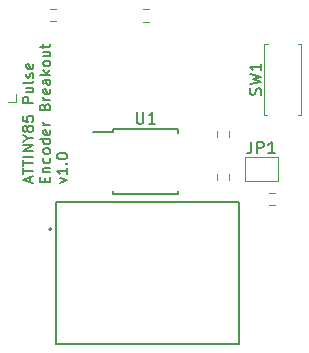
<source format=gbr>
%TF.GenerationSoftware,KiCad,Pcbnew,7.0.6*%
%TF.CreationDate,2023-10-04T19:29:37-04:00*%
%TF.ProjectId,Encoder_Pulse_Generic_ATTINY85,456e636f-6465-4725-9f50-756c73655f47,rev?*%
%TF.SameCoordinates,Original*%
%TF.FileFunction,Legend,Top*%
%TF.FilePolarity,Positive*%
%FSLAX46Y46*%
G04 Gerber Fmt 4.6, Leading zero omitted, Abs format (unit mm)*
G04 Created by KiCad (PCBNEW 7.0.6) date 2023-10-04 19:29:37*
%MOMM*%
%LPD*%
G01*
G04 APERTURE LIST*
%ADD10C,0.200000*%
%ADD11C,0.150000*%
%ADD12C,0.120000*%
%ADD13C,0.127000*%
G04 APERTURE END LIST*
D10*
X128493828Y-95086270D02*
X128493828Y-94657699D01*
X128750971Y-95171984D02*
X127850971Y-94871984D01*
X127850971Y-94871984D02*
X128750971Y-94571984D01*
X127850971Y-94400555D02*
X127850971Y-93886270D01*
X128750971Y-94143412D02*
X127850971Y-94143412D01*
X127850971Y-93714841D02*
X127850971Y-93200556D01*
X128750971Y-93457698D02*
X127850971Y-93457698D01*
X128750971Y-92900556D02*
X127850971Y-92900556D01*
X128750971Y-92471985D02*
X127850971Y-92471985D01*
X127850971Y-92471985D02*
X128750971Y-91957699D01*
X128750971Y-91957699D02*
X127850971Y-91957699D01*
X128322399Y-91357699D02*
X128750971Y-91357699D01*
X127850971Y-91657699D02*
X128322399Y-91357699D01*
X128322399Y-91357699D02*
X127850971Y-91057699D01*
X128236685Y-90629127D02*
X128193828Y-90714842D01*
X128193828Y-90714842D02*
X128150971Y-90757699D01*
X128150971Y-90757699D02*
X128065256Y-90800556D01*
X128065256Y-90800556D02*
X128022399Y-90800556D01*
X128022399Y-90800556D02*
X127936685Y-90757699D01*
X127936685Y-90757699D02*
X127893828Y-90714842D01*
X127893828Y-90714842D02*
X127850971Y-90629127D01*
X127850971Y-90629127D02*
X127850971Y-90457699D01*
X127850971Y-90457699D02*
X127893828Y-90371985D01*
X127893828Y-90371985D02*
X127936685Y-90329127D01*
X127936685Y-90329127D02*
X128022399Y-90286270D01*
X128022399Y-90286270D02*
X128065256Y-90286270D01*
X128065256Y-90286270D02*
X128150971Y-90329127D01*
X128150971Y-90329127D02*
X128193828Y-90371985D01*
X128193828Y-90371985D02*
X128236685Y-90457699D01*
X128236685Y-90457699D02*
X128236685Y-90629127D01*
X128236685Y-90629127D02*
X128279542Y-90714842D01*
X128279542Y-90714842D02*
X128322399Y-90757699D01*
X128322399Y-90757699D02*
X128408114Y-90800556D01*
X128408114Y-90800556D02*
X128579542Y-90800556D01*
X128579542Y-90800556D02*
X128665256Y-90757699D01*
X128665256Y-90757699D02*
X128708114Y-90714842D01*
X128708114Y-90714842D02*
X128750971Y-90629127D01*
X128750971Y-90629127D02*
X128750971Y-90457699D01*
X128750971Y-90457699D02*
X128708114Y-90371985D01*
X128708114Y-90371985D02*
X128665256Y-90329127D01*
X128665256Y-90329127D02*
X128579542Y-90286270D01*
X128579542Y-90286270D02*
X128408114Y-90286270D01*
X128408114Y-90286270D02*
X128322399Y-90329127D01*
X128322399Y-90329127D02*
X128279542Y-90371985D01*
X128279542Y-90371985D02*
X128236685Y-90457699D01*
X127850971Y-89471984D02*
X127850971Y-89900556D01*
X127850971Y-89900556D02*
X128279542Y-89943413D01*
X128279542Y-89943413D02*
X128236685Y-89900556D01*
X128236685Y-89900556D02*
X128193828Y-89814842D01*
X128193828Y-89814842D02*
X128193828Y-89600556D01*
X128193828Y-89600556D02*
X128236685Y-89514842D01*
X128236685Y-89514842D02*
X128279542Y-89471984D01*
X128279542Y-89471984D02*
X128365256Y-89429127D01*
X128365256Y-89429127D02*
X128579542Y-89429127D01*
X128579542Y-89429127D02*
X128665256Y-89471984D01*
X128665256Y-89471984D02*
X128708114Y-89514842D01*
X128708114Y-89514842D02*
X128750971Y-89600556D01*
X128750971Y-89600556D02*
X128750971Y-89814842D01*
X128750971Y-89814842D02*
X128708114Y-89900556D01*
X128708114Y-89900556D02*
X128665256Y-89943413D01*
X128750971Y-88357699D02*
X127850971Y-88357699D01*
X127850971Y-88357699D02*
X127850971Y-88014842D01*
X127850971Y-88014842D02*
X127893828Y-87929127D01*
X127893828Y-87929127D02*
X127936685Y-87886270D01*
X127936685Y-87886270D02*
X128022399Y-87843413D01*
X128022399Y-87843413D02*
X128150971Y-87843413D01*
X128150971Y-87843413D02*
X128236685Y-87886270D01*
X128236685Y-87886270D02*
X128279542Y-87929127D01*
X128279542Y-87929127D02*
X128322399Y-88014842D01*
X128322399Y-88014842D02*
X128322399Y-88357699D01*
X128150971Y-87071985D02*
X128750971Y-87071985D01*
X128150971Y-87457699D02*
X128622399Y-87457699D01*
X128622399Y-87457699D02*
X128708114Y-87414842D01*
X128708114Y-87414842D02*
X128750971Y-87329127D01*
X128750971Y-87329127D02*
X128750971Y-87200556D01*
X128750971Y-87200556D02*
X128708114Y-87114842D01*
X128708114Y-87114842D02*
X128665256Y-87071985D01*
X128750971Y-86514841D02*
X128708114Y-86600556D01*
X128708114Y-86600556D02*
X128622399Y-86643413D01*
X128622399Y-86643413D02*
X127850971Y-86643413D01*
X128708114Y-86214841D02*
X128750971Y-86129127D01*
X128750971Y-86129127D02*
X128750971Y-85957698D01*
X128750971Y-85957698D02*
X128708114Y-85871984D01*
X128708114Y-85871984D02*
X128622399Y-85829127D01*
X128622399Y-85829127D02*
X128579542Y-85829127D01*
X128579542Y-85829127D02*
X128493828Y-85871984D01*
X128493828Y-85871984D02*
X128450971Y-85957698D01*
X128450971Y-85957698D02*
X128450971Y-86086270D01*
X128450971Y-86086270D02*
X128408114Y-86171984D01*
X128408114Y-86171984D02*
X128322399Y-86214841D01*
X128322399Y-86214841D02*
X128279542Y-86214841D01*
X128279542Y-86214841D02*
X128193828Y-86171984D01*
X128193828Y-86171984D02*
X128150971Y-86086270D01*
X128150971Y-86086270D02*
X128150971Y-85957698D01*
X128150971Y-85957698D02*
X128193828Y-85871984D01*
X128708114Y-85100556D02*
X128750971Y-85186270D01*
X128750971Y-85186270D02*
X128750971Y-85357699D01*
X128750971Y-85357699D02*
X128708114Y-85443413D01*
X128708114Y-85443413D02*
X128622399Y-85486270D01*
X128622399Y-85486270D02*
X128279542Y-85486270D01*
X128279542Y-85486270D02*
X128193828Y-85443413D01*
X128193828Y-85443413D02*
X128150971Y-85357699D01*
X128150971Y-85357699D02*
X128150971Y-85186270D01*
X128150971Y-85186270D02*
X128193828Y-85100556D01*
X128193828Y-85100556D02*
X128279542Y-85057699D01*
X128279542Y-85057699D02*
X128365256Y-85057699D01*
X128365256Y-85057699D02*
X128450971Y-85486270D01*
X129728542Y-95043413D02*
X129728542Y-94743413D01*
X130199971Y-94614841D02*
X130199971Y-95043413D01*
X130199971Y-95043413D02*
X129299971Y-95043413D01*
X129299971Y-95043413D02*
X129299971Y-94614841D01*
X129599971Y-94229127D02*
X130199971Y-94229127D01*
X129685685Y-94229127D02*
X129642828Y-94186270D01*
X129642828Y-94186270D02*
X129599971Y-94100555D01*
X129599971Y-94100555D02*
X129599971Y-93971984D01*
X129599971Y-93971984D02*
X129642828Y-93886270D01*
X129642828Y-93886270D02*
X129728542Y-93843413D01*
X129728542Y-93843413D02*
X130199971Y-93843413D01*
X130157114Y-93029127D02*
X130199971Y-93114841D01*
X130199971Y-93114841D02*
X130199971Y-93286269D01*
X130199971Y-93286269D02*
X130157114Y-93371984D01*
X130157114Y-93371984D02*
X130114256Y-93414841D01*
X130114256Y-93414841D02*
X130028542Y-93457698D01*
X130028542Y-93457698D02*
X129771399Y-93457698D01*
X129771399Y-93457698D02*
X129685685Y-93414841D01*
X129685685Y-93414841D02*
X129642828Y-93371984D01*
X129642828Y-93371984D02*
X129599971Y-93286269D01*
X129599971Y-93286269D02*
X129599971Y-93114841D01*
X129599971Y-93114841D02*
X129642828Y-93029127D01*
X130199971Y-92514840D02*
X130157114Y-92600555D01*
X130157114Y-92600555D02*
X130114256Y-92643412D01*
X130114256Y-92643412D02*
X130028542Y-92686269D01*
X130028542Y-92686269D02*
X129771399Y-92686269D01*
X129771399Y-92686269D02*
X129685685Y-92643412D01*
X129685685Y-92643412D02*
X129642828Y-92600555D01*
X129642828Y-92600555D02*
X129599971Y-92514840D01*
X129599971Y-92514840D02*
X129599971Y-92386269D01*
X129599971Y-92386269D02*
X129642828Y-92300555D01*
X129642828Y-92300555D02*
X129685685Y-92257698D01*
X129685685Y-92257698D02*
X129771399Y-92214840D01*
X129771399Y-92214840D02*
X130028542Y-92214840D01*
X130028542Y-92214840D02*
X130114256Y-92257698D01*
X130114256Y-92257698D02*
X130157114Y-92300555D01*
X130157114Y-92300555D02*
X130199971Y-92386269D01*
X130199971Y-92386269D02*
X130199971Y-92514840D01*
X130199971Y-91443412D02*
X129299971Y-91443412D01*
X130157114Y-91443412D02*
X130199971Y-91529126D01*
X130199971Y-91529126D02*
X130199971Y-91700554D01*
X130199971Y-91700554D02*
X130157114Y-91786269D01*
X130157114Y-91786269D02*
X130114256Y-91829126D01*
X130114256Y-91829126D02*
X130028542Y-91871983D01*
X130028542Y-91871983D02*
X129771399Y-91871983D01*
X129771399Y-91871983D02*
X129685685Y-91829126D01*
X129685685Y-91829126D02*
X129642828Y-91786269D01*
X129642828Y-91786269D02*
X129599971Y-91700554D01*
X129599971Y-91700554D02*
X129599971Y-91529126D01*
X129599971Y-91529126D02*
X129642828Y-91443412D01*
X130157114Y-90671983D02*
X130199971Y-90757697D01*
X130199971Y-90757697D02*
X130199971Y-90929126D01*
X130199971Y-90929126D02*
X130157114Y-91014840D01*
X130157114Y-91014840D02*
X130071399Y-91057697D01*
X130071399Y-91057697D02*
X129728542Y-91057697D01*
X129728542Y-91057697D02*
X129642828Y-91014840D01*
X129642828Y-91014840D02*
X129599971Y-90929126D01*
X129599971Y-90929126D02*
X129599971Y-90757697D01*
X129599971Y-90757697D02*
X129642828Y-90671983D01*
X129642828Y-90671983D02*
X129728542Y-90629126D01*
X129728542Y-90629126D02*
X129814256Y-90629126D01*
X129814256Y-90629126D02*
X129899971Y-91057697D01*
X130199971Y-90243411D02*
X129599971Y-90243411D01*
X129771399Y-90243411D02*
X129685685Y-90200554D01*
X129685685Y-90200554D02*
X129642828Y-90157697D01*
X129642828Y-90157697D02*
X129599971Y-90071982D01*
X129599971Y-90071982D02*
X129599971Y-89986268D01*
X129728542Y-88700554D02*
X129771399Y-88571982D01*
X129771399Y-88571982D02*
X129814256Y-88529125D01*
X129814256Y-88529125D02*
X129899971Y-88486268D01*
X129899971Y-88486268D02*
X130028542Y-88486268D01*
X130028542Y-88486268D02*
X130114256Y-88529125D01*
X130114256Y-88529125D02*
X130157114Y-88571982D01*
X130157114Y-88571982D02*
X130199971Y-88657697D01*
X130199971Y-88657697D02*
X130199971Y-89000554D01*
X130199971Y-89000554D02*
X129299971Y-89000554D01*
X129299971Y-89000554D02*
X129299971Y-88700554D01*
X129299971Y-88700554D02*
X129342828Y-88614840D01*
X129342828Y-88614840D02*
X129385685Y-88571982D01*
X129385685Y-88571982D02*
X129471399Y-88529125D01*
X129471399Y-88529125D02*
X129557114Y-88529125D01*
X129557114Y-88529125D02*
X129642828Y-88571982D01*
X129642828Y-88571982D02*
X129685685Y-88614840D01*
X129685685Y-88614840D02*
X129728542Y-88700554D01*
X129728542Y-88700554D02*
X129728542Y-89000554D01*
X130199971Y-88100554D02*
X129599971Y-88100554D01*
X129771399Y-88100554D02*
X129685685Y-88057697D01*
X129685685Y-88057697D02*
X129642828Y-88014840D01*
X129642828Y-88014840D02*
X129599971Y-87929125D01*
X129599971Y-87929125D02*
X129599971Y-87843411D01*
X130157114Y-87200554D02*
X130199971Y-87286268D01*
X130199971Y-87286268D02*
X130199971Y-87457697D01*
X130199971Y-87457697D02*
X130157114Y-87543411D01*
X130157114Y-87543411D02*
X130071399Y-87586268D01*
X130071399Y-87586268D02*
X129728542Y-87586268D01*
X129728542Y-87586268D02*
X129642828Y-87543411D01*
X129642828Y-87543411D02*
X129599971Y-87457697D01*
X129599971Y-87457697D02*
X129599971Y-87286268D01*
X129599971Y-87286268D02*
X129642828Y-87200554D01*
X129642828Y-87200554D02*
X129728542Y-87157697D01*
X129728542Y-87157697D02*
X129814256Y-87157697D01*
X129814256Y-87157697D02*
X129899971Y-87586268D01*
X130199971Y-86386268D02*
X129728542Y-86386268D01*
X129728542Y-86386268D02*
X129642828Y-86429125D01*
X129642828Y-86429125D02*
X129599971Y-86514839D01*
X129599971Y-86514839D02*
X129599971Y-86686268D01*
X129599971Y-86686268D02*
X129642828Y-86771982D01*
X130157114Y-86386268D02*
X130199971Y-86471982D01*
X130199971Y-86471982D02*
X130199971Y-86686268D01*
X130199971Y-86686268D02*
X130157114Y-86771982D01*
X130157114Y-86771982D02*
X130071399Y-86814839D01*
X130071399Y-86814839D02*
X129985685Y-86814839D01*
X129985685Y-86814839D02*
X129899971Y-86771982D01*
X129899971Y-86771982D02*
X129857114Y-86686268D01*
X129857114Y-86686268D02*
X129857114Y-86471982D01*
X129857114Y-86471982D02*
X129814256Y-86386268D01*
X130199971Y-85957696D02*
X129299971Y-85957696D01*
X129857114Y-85871982D02*
X130199971Y-85614839D01*
X129599971Y-85614839D02*
X129942828Y-85957696D01*
X130199971Y-85100553D02*
X130157114Y-85186268D01*
X130157114Y-85186268D02*
X130114256Y-85229125D01*
X130114256Y-85229125D02*
X130028542Y-85271982D01*
X130028542Y-85271982D02*
X129771399Y-85271982D01*
X129771399Y-85271982D02*
X129685685Y-85229125D01*
X129685685Y-85229125D02*
X129642828Y-85186268D01*
X129642828Y-85186268D02*
X129599971Y-85100553D01*
X129599971Y-85100553D02*
X129599971Y-84971982D01*
X129599971Y-84971982D02*
X129642828Y-84886268D01*
X129642828Y-84886268D02*
X129685685Y-84843411D01*
X129685685Y-84843411D02*
X129771399Y-84800553D01*
X129771399Y-84800553D02*
X130028542Y-84800553D01*
X130028542Y-84800553D02*
X130114256Y-84843411D01*
X130114256Y-84843411D02*
X130157114Y-84886268D01*
X130157114Y-84886268D02*
X130199971Y-84971982D01*
X130199971Y-84971982D02*
X130199971Y-85100553D01*
X129599971Y-84029125D02*
X130199971Y-84029125D01*
X129599971Y-84414839D02*
X130071399Y-84414839D01*
X130071399Y-84414839D02*
X130157114Y-84371982D01*
X130157114Y-84371982D02*
X130199971Y-84286267D01*
X130199971Y-84286267D02*
X130199971Y-84157696D01*
X130199971Y-84157696D02*
X130157114Y-84071982D01*
X130157114Y-84071982D02*
X130114256Y-84029125D01*
X129599971Y-83729124D02*
X129599971Y-83386267D01*
X129299971Y-83600553D02*
X130071399Y-83600553D01*
X130071399Y-83600553D02*
X130157114Y-83557696D01*
X130157114Y-83557696D02*
X130199971Y-83471981D01*
X130199971Y-83471981D02*
X130199971Y-83386267D01*
X131048971Y-95129127D02*
X131648971Y-94914841D01*
X131648971Y-94914841D02*
X131048971Y-94700556D01*
X131648971Y-93886270D02*
X131648971Y-94400556D01*
X131648971Y-94143413D02*
X130748971Y-94143413D01*
X130748971Y-94143413D02*
X130877542Y-94229127D01*
X130877542Y-94229127D02*
X130963256Y-94314842D01*
X130963256Y-94314842D02*
X131006114Y-94400556D01*
X131563256Y-93500556D02*
X131606114Y-93457699D01*
X131606114Y-93457699D02*
X131648971Y-93500556D01*
X131648971Y-93500556D02*
X131606114Y-93543413D01*
X131606114Y-93543413D02*
X131563256Y-93500556D01*
X131563256Y-93500556D02*
X131648971Y-93500556D01*
X130748971Y-92900556D02*
X130748971Y-92814842D01*
X130748971Y-92814842D02*
X130791828Y-92729128D01*
X130791828Y-92729128D02*
X130834685Y-92686271D01*
X130834685Y-92686271D02*
X130920399Y-92643413D01*
X130920399Y-92643413D02*
X131091828Y-92600556D01*
X131091828Y-92600556D02*
X131306114Y-92600556D01*
X131306114Y-92600556D02*
X131477542Y-92643413D01*
X131477542Y-92643413D02*
X131563256Y-92686271D01*
X131563256Y-92686271D02*
X131606114Y-92729128D01*
X131606114Y-92729128D02*
X131648971Y-92814842D01*
X131648971Y-92814842D02*
X131648971Y-92900556D01*
X131648971Y-92900556D02*
X131606114Y-92986271D01*
X131606114Y-92986271D02*
X131563256Y-93029128D01*
X131563256Y-93029128D02*
X131477542Y-93071985D01*
X131477542Y-93071985D02*
X131306114Y-93114842D01*
X131306114Y-93114842D02*
X131091828Y-93114842D01*
X131091828Y-93114842D02*
X130920399Y-93071985D01*
X130920399Y-93071985D02*
X130834685Y-93029128D01*
X130834685Y-93029128D02*
X130791828Y-92986271D01*
X130791828Y-92986271D02*
X130748971Y-92900556D01*
D11*
X147211666Y-91634819D02*
X147211666Y-92349104D01*
X147211666Y-92349104D02*
X147164047Y-92491961D01*
X147164047Y-92491961D02*
X147068809Y-92587200D01*
X147068809Y-92587200D02*
X146925952Y-92634819D01*
X146925952Y-92634819D02*
X146830714Y-92634819D01*
X147687857Y-92634819D02*
X147687857Y-91634819D01*
X147687857Y-91634819D02*
X148068809Y-91634819D01*
X148068809Y-91634819D02*
X148164047Y-91682438D01*
X148164047Y-91682438D02*
X148211666Y-91730057D01*
X148211666Y-91730057D02*
X148259285Y-91825295D01*
X148259285Y-91825295D02*
X148259285Y-91968152D01*
X148259285Y-91968152D02*
X148211666Y-92063390D01*
X148211666Y-92063390D02*
X148164047Y-92111009D01*
X148164047Y-92111009D02*
X148068809Y-92158628D01*
X148068809Y-92158628D02*
X147687857Y-92158628D01*
X149211666Y-92634819D02*
X148640238Y-92634819D01*
X148925952Y-92634819D02*
X148925952Y-91634819D01*
X148925952Y-91634819D02*
X148830714Y-91777676D01*
X148830714Y-91777676D02*
X148735476Y-91872914D01*
X148735476Y-91872914D02*
X148640238Y-91920533D01*
X148017200Y-87693332D02*
X148064819Y-87550475D01*
X148064819Y-87550475D02*
X148064819Y-87312380D01*
X148064819Y-87312380D02*
X148017200Y-87217142D01*
X148017200Y-87217142D02*
X147969580Y-87169523D01*
X147969580Y-87169523D02*
X147874342Y-87121904D01*
X147874342Y-87121904D02*
X147779104Y-87121904D01*
X147779104Y-87121904D02*
X147683866Y-87169523D01*
X147683866Y-87169523D02*
X147636247Y-87217142D01*
X147636247Y-87217142D02*
X147588628Y-87312380D01*
X147588628Y-87312380D02*
X147541009Y-87502856D01*
X147541009Y-87502856D02*
X147493390Y-87598094D01*
X147493390Y-87598094D02*
X147445771Y-87645713D01*
X147445771Y-87645713D02*
X147350533Y-87693332D01*
X147350533Y-87693332D02*
X147255295Y-87693332D01*
X147255295Y-87693332D02*
X147160057Y-87645713D01*
X147160057Y-87645713D02*
X147112438Y-87598094D01*
X147112438Y-87598094D02*
X147064819Y-87502856D01*
X147064819Y-87502856D02*
X147064819Y-87264761D01*
X147064819Y-87264761D02*
X147112438Y-87121904D01*
X147064819Y-86788570D02*
X148064819Y-86550475D01*
X148064819Y-86550475D02*
X147350533Y-86359999D01*
X147350533Y-86359999D02*
X148064819Y-86169523D01*
X148064819Y-86169523D02*
X147064819Y-85931428D01*
X148064819Y-85026666D02*
X148064819Y-85598094D01*
X148064819Y-85312380D02*
X147064819Y-85312380D01*
X147064819Y-85312380D02*
X147207676Y-85407618D01*
X147207676Y-85407618D02*
X147302914Y-85502856D01*
X147302914Y-85502856D02*
X147350533Y-85598094D01*
X137508095Y-89119819D02*
X137508095Y-89929342D01*
X137508095Y-89929342D02*
X137555714Y-90024580D01*
X137555714Y-90024580D02*
X137603333Y-90072200D01*
X137603333Y-90072200D02*
X137698571Y-90119819D01*
X137698571Y-90119819D02*
X137889047Y-90119819D01*
X137889047Y-90119819D02*
X137984285Y-90072200D01*
X137984285Y-90072200D02*
X138031904Y-90024580D01*
X138031904Y-90024580D02*
X138079523Y-89929342D01*
X138079523Y-89929342D02*
X138079523Y-89119819D01*
X139079523Y-90119819D02*
X138508095Y-90119819D01*
X138793809Y-90119819D02*
X138793809Y-89119819D01*
X138793809Y-89119819D02*
X138698571Y-89262676D01*
X138698571Y-89262676D02*
X138603333Y-89357914D01*
X138603333Y-89357914D02*
X138508095Y-89405533D01*
D12*
%TO.C,J2*%
X127254000Y-88265000D02*
X126619000Y-88265000D01*
X127254000Y-87630000D02*
X127254000Y-88265000D01*
%TO.C,R5*%
X148692776Y-95997500D02*
X149202224Y-95997500D01*
X148692776Y-97042500D02*
X149202224Y-97042500D01*
%TO.C,JP1*%
X146645000Y-94980000D02*
X146645000Y-92980000D01*
X149445000Y-94980000D02*
X146645000Y-94980000D01*
X149445000Y-92980000D02*
X149445000Y-94980000D01*
X146645000Y-92980000D02*
X149445000Y-92980000D01*
%TO.C,SW1*%
X148280622Y-89360000D02*
X148294476Y-83360000D01*
X148580622Y-89360000D02*
X148280622Y-89360000D01*
X151430000Y-89360000D02*
X151130000Y-89360000D01*
X148294476Y-83360000D02*
X148594476Y-83360000D01*
X151130000Y-83360000D02*
X151430000Y-83360000D01*
X151430000Y-83360000D02*
X151430000Y-89360000D01*
D10*
%TO.C,J1*%
X130305138Y-99060000D02*
G75*
G03*
X130305138Y-99060000I-100000J0D01*
G01*
D13*
X130705138Y-108760000D02*
X130705138Y-96760000D01*
X146205138Y-108760000D02*
X130705138Y-108760000D01*
X146205138Y-96760000D02*
X146205138Y-108760000D01*
X130705138Y-96760000D02*
X146205138Y-96760000D01*
D12*
%TO.C,R4*%
X130707224Y-81450369D02*
X130197776Y-81450369D01*
X130707224Y-80405369D02*
X130197776Y-80405369D01*
%TO.C,R3*%
X138519545Y-80444468D02*
X138010097Y-80444468D01*
X138519545Y-81489468D02*
X138010097Y-81489468D01*
%TO.C,R2*%
X144280987Y-91288596D02*
X144280987Y-90779148D01*
X145325987Y-91288596D02*
X145325987Y-90779148D01*
%TO.C,R1*%
X145349475Y-94396293D02*
X145349475Y-94905741D01*
X144304475Y-94396293D02*
X144304475Y-94905741D01*
D11*
%TO.C,U1*%
X135520000Y-90590000D02*
X135520000Y-90795000D01*
X135520000Y-96100000D02*
X135520000Y-95800000D01*
X141020000Y-96100000D02*
X141020000Y-95800000D01*
X135520000Y-96100000D02*
X141020000Y-96100000D01*
X141020000Y-90590000D02*
X141020000Y-90890000D01*
X135520000Y-90795000D02*
X133770000Y-90795000D01*
X135520000Y-90590000D02*
X141020000Y-90590000D01*
%TD*%
M02*

</source>
